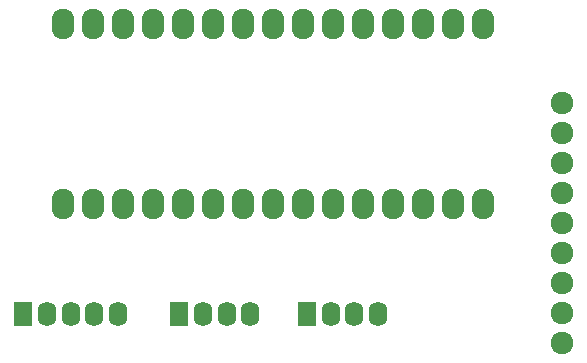
<source format=gbs>
G04 #@! TF.FileFunction,Soldermask,Bot*
%FSLAX46Y46*%
G04 Gerber Fmt 4.6, Leading zero omitted, Abs format (unit mm)*
G04 Created by KiCad (PCBNEW 0.201602201416+6573~42~ubuntu14.04.1-product) date Di 01 Mär 2016 17:47:30 CET*
%MOMM*%
G01*
G04 APERTURE LIST*
%ADD10C,0.100000*%
%ADD11R,1.598880X2.099260*%
%ADD12O,1.598880X2.099260*%
%ADD13C,1.924000*%
%ADD14O,1.924000X2.599640*%
%ADD15O,1.924000X2.597100*%
G04 APERTURE END LIST*
D10*
D11*
X156797720Y-88320000D03*
D12*
X160800760Y-88320000D03*
X158799240Y-88320000D03*
X162799740Y-88320000D03*
D13*
X178371500Y-70421500D03*
X178371500Y-72961500D03*
X178371500Y-75501500D03*
X178371500Y-78041500D03*
X178371500Y-80581500D03*
X178371500Y-83121500D03*
X178371500Y-85661500D03*
X178371500Y-88201500D03*
X178371500Y-90741500D03*
D11*
X132796960Y-88320000D03*
D12*
X136800000Y-88320000D03*
X134798480Y-88320000D03*
X138798980Y-88320000D03*
X140800500Y-88320000D03*
D14*
X136144000Y-78994000D03*
X138684000Y-78994000D03*
X141224000Y-78994000D03*
X143764000Y-78994000D03*
X146304000Y-78994000D03*
X148844000Y-78994000D03*
X151384000Y-78994000D03*
X153924000Y-78994000D03*
X156464000Y-78994000D03*
X159004000Y-78994000D03*
X161544000Y-78994000D03*
X164084000Y-78994000D03*
X166624000Y-78994000D03*
X169164000Y-78994000D03*
X171704000Y-78994000D03*
X171704000Y-63754000D03*
X169164000Y-63754000D03*
X166624000Y-63754000D03*
X164084000Y-63754000D03*
D15*
X161544000Y-63754000D03*
X159004000Y-63754000D03*
X156464000Y-63754000D03*
X153924000Y-63754000D03*
X151384000Y-63754000D03*
X148844000Y-63754000D03*
X146304000Y-63754000D03*
X143764000Y-63754000D03*
X141224000Y-63754000D03*
X138684000Y-63754000D03*
X136144000Y-63754000D03*
D11*
X145996960Y-88320000D03*
D12*
X150000000Y-88320000D03*
X147998480Y-88320000D03*
X151998980Y-88320000D03*
M02*

</source>
